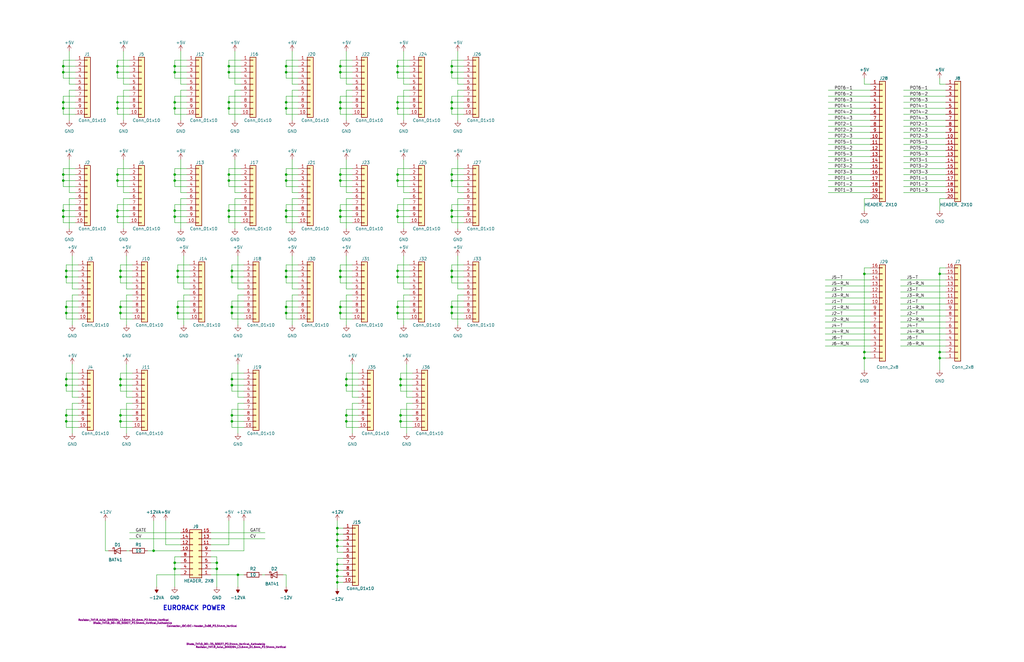
<source format=kicad_sch>
(kicad_sch (version 20211123) (generator eeschema)
  (paper "B")
  (title_block (title "6 POTS, 6 JACKS") (date "2022-10-28") (rev "1") (comment 1 "GENERIC EURORACK PANEL") (comment 2 "https://note.com/solder_state/n/nffc1a33053be"))
  (junction (at 26.67 30.48))
  (junction (at 97.79 114.3))
  (junction (at 142.24 222.885))
  (junction (at 120.65 45.72))
  (junction (at 49.53 30.48))
  (junction (at 143.51 91.44))
  (junction (at 73.66 91.44))
  (junction (at 73.66 73.66))
  (junction (at 73.66 43.18))
  (junction (at 190.5 129.54))
  (junction (at 120.65 88.9))
  (junction (at 143.51 76.2))
  (junction (at 120.65 116.84))
  (junction (at 96.52 76.2))
  (junction (at 26.67 27.94))
  (junction (at 49.53 91.44))
  (junction (at 167.64 73.66))
  (junction (at 396.24 115.57))
  (junction (at 190.5 88.9))
  (junction (at 50.8 160.02))
  (junction (at 27.94 114.3))
  (junction (at 96.52 73.66))
  (junction (at 396.24 148.59))
  (junction (at 27.94 175.26))
  (junction (at 167.64 30.48))
  (junction (at 168.91 160.02))
  (junction (at 64.77 232.41))
  (junction (at 96.52 27.94))
  (junction (at 120.65 30.48))
  (junction (at 120.65 129.54))
  (junction (at 142.24 243.205))
  (junction (at 190.5 116.84))
  (junction (at 168.91 175.26))
  (junction (at 190.5 91.44))
  (junction (at 96.52 30.48))
  (junction (at 168.91 177.8))
  (junction (at 142.24 238.125))
  (junction (at 142.24 240.665))
  (junction (at 168.91 162.56))
  (junction (at 364.49 151.13))
  (junction (at 26.67 73.66))
  (junction (at 49.53 43.18))
  (junction (at 146.05 162.56))
  (junction (at 96.52 45.72))
  (junction (at 364.49 115.57))
  (junction (at 120.65 114.3))
  (junction (at 27.94 129.54))
  (junction (at 50.8 162.56))
  (junction (at 120.65 27.94))
  (junction (at 74.93 129.54))
  (junction (at 167.64 88.9))
  (junction (at 97.79 132.08))
  (junction (at 50.8 116.84))
  (junction (at 26.67 91.44))
  (junction (at 143.51 43.18))
  (junction (at 91.44 240.03))
  (junction (at 143.51 73.66))
  (junction (at 190.5 30.48))
  (junction (at 96.52 43.18))
  (junction (at 190.5 76.2))
  (junction (at 120.65 43.18))
  (junction (at 73.66 88.9))
  (junction (at 146.05 175.26))
  (junction (at 73.66 45.72))
  (junction (at 26.67 45.72))
  (junction (at 27.94 116.84))
  (junction (at 49.53 73.66))
  (junction (at 50.8 114.3))
  (junction (at 146.05 177.8))
  (junction (at 73.66 240.03))
  (junction (at 74.93 132.08))
  (junction (at 96.52 91.44))
  (junction (at 120.65 73.66))
  (junction (at 73.66 237.49))
  (junction (at 146.05 160.02))
  (junction (at 50.8 177.8))
  (junction (at 50.8 175.26))
  (junction (at 50.8 129.54))
  (junction (at 167.64 114.3))
  (junction (at 97.79 116.84))
  (junction (at 73.66 27.94))
  (junction (at 167.64 132.08))
  (junction (at 143.51 45.72))
  (junction (at 396.24 151.13))
  (junction (at 74.93 116.84))
  (junction (at 26.67 43.18))
  (junction (at 143.51 30.48))
  (junction (at 143.51 27.94))
  (junction (at 167.64 116.84))
  (junction (at 49.53 76.2))
  (junction (at 143.51 88.9))
  (junction (at 73.66 30.48))
  (junction (at 26.67 76.2))
  (junction (at 167.64 43.18))
  (junction (at 143.51 116.84))
  (junction (at 364.49 148.59))
  (junction (at 91.44 237.49))
  (junction (at 142.24 227.965))
  (junction (at 50.8 132.08))
  (junction (at 97.79 177.8))
  (junction (at 190.5 73.66))
  (junction (at 97.79 162.56))
  (junction (at 27.94 132.08))
  (junction (at 167.64 129.54))
  (junction (at 49.53 27.94))
  (junction (at 74.93 114.3))
  (junction (at 49.53 45.72))
  (junction (at 97.79 175.26))
  (junction (at 27.94 177.8))
  (junction (at 143.51 129.54))
  (junction (at 97.79 129.54))
  (junction (at 97.79 160.02))
  (junction (at 27.94 162.56))
  (junction (at 73.66 76.2))
  (junction (at 49.53 88.9))
  (junction (at 190.5 27.94))
  (junction (at 190.5 132.08))
  (junction (at 120.65 91.44))
  (junction (at 143.51 114.3))
  (junction (at 167.64 91.44))
  (junction (at 27.94 160.02))
  (junction (at 167.64 27.94))
  (junction (at 143.51 132.08))
  (junction (at 190.5 45.72))
  (junction (at 142.24 225.425))
  (junction (at 96.52 88.9))
  (junction (at 167.64 76.2))
  (junction (at 100.33 242.57))
  (junction (at 26.67 88.9))
  (junction (at 120.65 76.2))
  (junction (at 167.64 45.72))
  (junction (at 142.24 230.505))
  (junction (at 120.65 132.08))
  (junction (at 190.5 43.18))
  (junction (at 142.24 245.745))
  (junction (at 190.5 114.3))
  (wire (pts (xy 54.61 93.98) (xy 49.53 93.98)))
  (wire (pts (xy 379.73 143.51) (xy 398.78 143.51)))
  (wire (pts (xy 381 58.42) (xy 398.78 58.42)))
  (wire (pts (xy 347.98 138.43) (xy 367.03 138.43)))
  (wire (pts (xy 120.65 129.54) (xy 120.65 132.08)))
  (wire (pts (xy 76.2 229.87) (xy 69.85 229.87)))
  (wire (pts (xy 33.02 167.64) (xy 30.48 167.64)))
  (wire (pts (xy 96.52 27.94) (xy 96.52 30.48)))
  (wire (pts (xy 379.73 130.81) (xy 398.78 130.81)))
  (wire (pts (xy 349.25 81.28) (xy 367.03 81.28)))
  (wire (pts (xy 96.52 76.2) (xy 96.52 78.74)))
  (wire (pts (xy 379.73 125.73) (xy 398.78 125.73)))
  (wire (pts (xy 49.53 45.72) (xy 54.61 45.72)))
  (wire (pts (xy 167.64 30.48) (xy 172.72 30.48)))
  (wire (pts (xy 96.52 73.66) (xy 96.52 76.2)))
  (wire (pts (xy 347.98 120.65) (xy 367.03 120.65)))
  (wire (pts (xy 167.64 30.48) (xy 167.64 33.02)))
  (wire (pts (xy 143.51 40.64) (xy 143.51 43.18)))
  (wire (pts (xy 101.6 86.36) (xy 96.52 86.36)))
  (wire (pts (xy 50.8 162.56) (xy 50.8 165.1)))
  (wire (pts (xy 143.51 91.44) (xy 148.59 91.44)))
  (wire (pts (xy 102.87 134.62) (xy 97.79 134.62)))
  (wire (pts (xy 54.61 27.94) (xy 49.53 27.94)))
  (wire (pts (xy 29.21 38.1) (xy 29.21 50.8)))
  (wire (pts (xy 50.8 162.56) (xy 55.88 162.56)))
  (wire (pts (xy 96.52 48.26) (xy 96.52 45.72)))
  (wire (pts (xy 143.51 76.2) (xy 143.51 78.74)))
  (wire (pts (xy 50.8 180.34) (xy 50.8 177.8)))
  (wire (pts (xy 190.5 76.2) (xy 195.58 76.2)))
  (wire (pts (xy 125.73 27.94) (xy 120.65 27.94)))
  (wire (pts (xy 148.59 86.36) (xy 143.51 86.36)))
  (wire (pts (xy 120.65 116.84) (xy 120.65 119.38)))
  (wire (pts (xy 195.58 124.46) (xy 193.04 124.46)))
  (wire (pts (xy 347.98 143.51) (xy 367.03 143.51)))
  (wire (pts (xy 172.72 71.12) (xy 167.64 71.12)))
  (wire (pts (xy 125.73 93.98) (xy 120.65 93.98)))
  (wire (pts (xy 190.5 129.54) (xy 195.58 129.54)))
  (wire (pts (xy 33.02 114.3) (xy 27.94 114.3)))
  (wire (pts (xy 100.33 124.46) (xy 100.33 137.16)))
  (wire (pts (xy 151.13 172.72) (xy 146.05 172.72)))
  (wire (pts (xy 367.03 35.56) (xy 364.49 35.56)))
  (wire (pts (xy 143.51 71.12) (xy 143.51 73.66)))
  (wire (pts (xy 97.79 162.56) (xy 97.79 165.1)))
  (wire (pts (xy 78.74 86.36) (xy 73.66 86.36)))
  (wire (pts (xy 54.61 227.33) (xy 76.2 227.33)))
  (wire (pts (xy 73.66 73.66) (xy 73.66 76.2)))
  (wire (pts (xy 190.5 45.72) (xy 195.58 45.72)))
  (wire (pts (xy 195.58 83.82) (xy 193.04 83.82)))
  (wire (pts (xy 190.5 129.54) (xy 190.5 132.08)))
  (wire (pts (xy 151.13 157.48) (xy 146.05 157.48)))
  (wire (pts (xy 97.79 116.84) (xy 102.87 116.84)))
  (wire (pts (xy 167.64 33.02) (xy 172.72 33.02)))
  (wire (pts (xy 97.79 132.08) (xy 102.87 132.08)))
  (wire (pts (xy 97.79 111.76) (xy 97.79 114.3)))
  (wire (pts (xy 52.07 38.1) (xy 52.07 50.8)))
  (wire (pts (xy 26.67 30.48) (xy 26.67 33.02)))
  (wire (pts (xy 102.87 219.71) (xy 102.87 232.41)))
  (wire (pts (xy 55.88 160.02) (xy 50.8 160.02)))
  (wire (pts (xy 33.02 160.02) (xy 27.94 160.02)))
  (wire (pts (xy 100.33 153.67) (xy 100.33 167.64)))
  (wire (pts (xy 168.91 162.56) (xy 173.99 162.56)))
  (wire (pts (xy 27.94 175.26) (xy 33.02 175.26)))
  (wire (pts (xy 26.67 78.74) (xy 31.75 78.74)))
  (wire (pts (xy 167.64 129.54) (xy 172.72 129.54)))
  (wire (pts (xy 27.94 134.62) (xy 27.94 132.08)))
  (wire (pts (xy 120.65 73.66) (xy 120.65 76.2)))
  (wire (pts (xy 88.9 237.49) (xy 91.44 237.49)))
  (wire (pts (xy 77.47 124.46) (xy 77.47 137.16)))
  (wire (pts (xy 27.94 157.48) (xy 27.94 160.02)))
  (wire (pts (xy 148.59 71.12) (xy 143.51 71.12)))
  (wire (pts (xy 54.61 38.1) (xy 52.07 38.1)))
  (wire (pts (xy 30.48 107.95) (xy 30.48 121.92)))
  (wire (pts (xy 190.5 73.66) (xy 190.5 76.2)))
  (wire (pts (xy 172.72 134.62) (xy 167.64 134.62)))
  (wire (pts (xy 146.05 67.31) (xy 146.05 81.28)))
  (wire (pts (xy 195.58 40.64) (xy 190.5 40.64)))
  (wire (pts (xy 120.65 27.94) (xy 120.65 30.48)))
  (wire (pts (xy 101.6 25.4) (xy 96.52 25.4)))
  (wire (pts (xy 146.05 160.02) (xy 146.05 162.56)))
  (wire (pts (xy 50.8 132.08) (xy 55.88 132.08)))
  (wire (pts (xy 143.51 134.62) (xy 143.51 132.08)))
  (wire (pts (xy 27.94 162.56) (xy 27.94 165.1)))
  (wire (pts (xy 80.01 111.76) (xy 74.93 111.76)))
  (wire (pts (xy 398.78 113.03) (xy 396.24 113.03)))
  (wire (pts (xy 167.64 71.12) (xy 167.64 73.66)))
  (wire (pts (xy 97.79 116.84) (xy 97.79 119.38)))
  (wire (pts (xy 172.72 38.1) (xy 170.18 38.1)))
  (wire (pts (xy 349.25 50.8) (xy 367.03 50.8)))
  (wire (pts (xy 190.5 78.74) (xy 195.58 78.74)))
  (wire (pts (xy 172.72 121.92) (xy 170.18 121.92)))
  (wire (pts (xy 27.94 132.08) (xy 33.02 132.08)))
  (wire (pts (xy 120.65 43.18) (xy 120.65 40.64)))
  (wire (pts (xy 143.51 111.76) (xy 143.51 114.3)))
  (wire (pts (xy 49.53 86.36) (xy 49.53 88.9)))
  (wire (pts (xy 143.51 45.72) (xy 143.51 48.26)))
  (wire (pts (xy 73.66 43.18) (xy 73.66 45.72)))
  (wire (pts (xy 190.5 30.48) (xy 190.5 33.02)))
  (wire (pts (xy 120.65 76.2) (xy 120.65 78.74)))
  (wire (pts (xy 96.52 43.18) (xy 96.52 40.64)))
  (wire (pts (xy 73.66 234.95) (xy 73.66 237.49)))
  (wire (pts (xy 170.18 67.31) (xy 170.18 81.28)))
  (wire (pts (xy 97.79 157.48) (xy 97.79 160.02)))
  (wire (pts (xy 26.67 93.98) (xy 26.67 91.44)))
  (wire (pts (xy 381 48.26) (xy 398.78 48.26)))
  (wire (pts (xy 50.8 175.26) (xy 55.88 175.26)))
  (wire (pts (xy 96.52 86.36) (xy 96.52 88.9)))
  (wire (pts (xy 102.87 170.18) (xy 100.33 170.18)))
  (wire (pts (xy 88.9 232.41) (xy 102.87 232.41)))
  (wire (pts (xy 367.03 113.03) (xy 364.49 113.03)))
  (wire (pts (xy 26.67 48.26) (xy 26.67 45.72)))
  (wire (pts (xy 54.61 81.28) (xy 52.07 81.28)))
  (wire (pts (xy 123.19 107.95) (xy 123.19 121.92)))
  (wire (pts (xy 27.94 160.02) (xy 27.94 162.56)))
  (wire (pts (xy 50.8 129.54) (xy 50.8 132.08)))
  (wire (pts (xy 146.05 165.1) (xy 151.13 165.1)))
  (wire (pts (xy 88.9 227.33) (xy 111.76 227.33)))
  (wire (pts (xy 27.94 172.72) (xy 27.94 175.26)))
  (wire (pts (xy 97.79 162.56) (xy 102.87 162.56)))
  (wire (pts (xy 76.2 242.57) (xy 66.04 242.57)))
  (wire (pts (xy 102.87 172.72) (xy 97.79 172.72)))
  (wire (pts (xy 44.45 219.71) (xy 44.45 232.41)))
  (wire (pts (xy 167.64 86.36) (xy 167.64 88.9)))
  (wire (pts (xy 50.8 119.38) (xy 55.88 119.38)))
  (wire (pts (xy 31.75 25.4) (xy 26.67 25.4)))
  (wire (pts (xy 168.91 180.34) (xy 168.91 177.8)))
  (wire (pts (xy 110.49 242.57) (xy 111.76 242.57)))
  (wire (pts (xy 73.66 86.36) (xy 73.66 88.9)))
  (wire (pts (xy 151.13 167.64) (xy 148.59 167.64)))
  (wire (pts (xy 347.98 146.05) (xy 367.03 146.05)))
  (wire (pts (xy 33.02 111.76) (xy 27.94 111.76)))
  (wire (pts (xy 55.88 134.62) (xy 50.8 134.62)))
  (wire (pts (xy 170.18 83.82) (xy 170.18 96.52)))
  (wire (pts (xy 120.65 91.44) (xy 125.73 91.44)))
  (wire (pts (xy 50.8 127) (xy 50.8 129.54)))
  (wire (pts (xy 120.65 30.48) (xy 120.65 33.02)))
  (wire (pts (xy 146.05 175.26) (xy 151.13 175.26)))
  (wire (pts (xy 144.78 235.585) (xy 142.24 235.585)))
  (wire (pts (xy 53.34 232.41) (xy 54.61 232.41)))
  (wire (pts (xy 73.66 30.48) (xy 78.74 30.48)))
  (wire (pts (xy 54.61 86.36) (xy 49.53 86.36)))
  (wire (pts (xy 64.77 232.41) (xy 76.2 232.41)))
  (wire (pts (xy 190.5 25.4) (xy 190.5 27.94)))
  (wire (pts (xy 74.93 129.54) (xy 80.01 129.54)))
  (wire (pts (xy 55.88 157.48) (xy 50.8 157.48)))
  (wire (pts (xy 396.24 148.59) (xy 398.78 148.59)))
  (wire (pts (xy 143.51 129.54) (xy 148.59 129.54)))
  (wire (pts (xy 120.65 78.74) (xy 125.73 78.74)))
  (wire (pts (xy 143.51 45.72) (xy 148.59 45.72)))
  (wire (pts (xy 172.72 48.26) (xy 167.64 48.26)))
  (wire (pts (xy 123.19 124.46) (xy 123.19 137.16)))
  (wire (pts (xy 101.6 73.66) (xy 96.52 73.66)))
  (wire (pts (xy 49.53 91.44) (xy 54.61 91.44)))
  (wire (pts (xy 379.73 146.05) (xy 398.78 146.05)))
  (wire (pts (xy 125.73 25.4) (xy 120.65 25.4)))
  (wire (pts (xy 120.65 88.9) (xy 125.73 88.9)))
  (wire (pts (xy 195.58 27.94) (xy 190.5 27.94)))
  (wire (pts (xy 102.87 160.02) (xy 97.79 160.02)))
  (wire (pts (xy 96.52 25.4) (xy 96.52 27.94)))
  (wire (pts (xy 26.67 33.02) (xy 31.75 33.02)))
  (wire (pts (xy 195.58 81.28) (xy 193.04 81.28)))
  (wire (pts (xy 125.73 48.26) (xy 120.65 48.26)))
  (wire (pts (xy 99.06 21.59) (xy 99.06 35.56)))
  (wire (pts (xy 74.93 127) (xy 74.93 129.54)))
  (wire (pts (xy 55.88 111.76) (xy 50.8 111.76)))
  (wire (pts (xy 148.59 83.82) (xy 146.05 83.82)))
  (wire (pts (xy 100.33 242.57) (xy 102.87 242.57)))
  (wire (pts (xy 73.66 240.03) (xy 73.66 247.65)))
  (wire (pts (xy 73.66 30.48) (xy 73.66 33.02)))
  (wire (pts (xy 102.87 111.76) (xy 97.79 111.76)))
  (wire (pts (xy 148.59 38.1) (xy 146.05 38.1)))
  (wire (pts (xy 31.75 73.66) (xy 26.67 73.66)))
  (wire (pts (xy 364.49 151.13) (xy 367.03 151.13)))
  (wire (pts (xy 30.48 170.18) (xy 30.48 182.88)))
  (wire (pts (xy 193.04 38.1) (xy 193.04 50.8)))
  (wire (pts (xy 142.24 222.885) (xy 142.24 225.425)))
  (wire (pts (xy 167.64 43.18) (xy 167.64 40.64)))
  (wire (pts (xy 123.19 67.31) (xy 123.19 81.28)))
  (wire (pts (xy 96.52 88.9) (xy 101.6 88.9)))
  (wire (pts (xy 53.34 107.95) (xy 53.34 121.92)))
  (wire (pts (xy 148.59 121.92) (xy 146.05 121.92)))
  (wire (pts (xy 142.24 245.745) (xy 142.24 243.205)))
  (wire (pts (xy 50.8 116.84) (xy 55.88 116.84)))
  (wire (pts (xy 101.6 40.64) (xy 96.52 40.64)))
  (wire (pts (xy 364.49 113.03) (xy 364.49 115.57)))
  (wire (pts (xy 120.65 43.18) (xy 125.73 43.18)))
  (wire (pts (xy 101.6 81.28) (xy 99.06 81.28)))
  (wire (pts (xy 101.6 93.98) (xy 96.52 93.98)))
  (wire (pts (xy 347.98 118.11) (xy 367.03 118.11)))
  (wire (pts (xy 33.02 172.72) (xy 27.94 172.72)))
  (wire (pts (xy 190.5 134.62) (xy 190.5 132.08)))
  (wire (pts (xy 102.87 157.48) (xy 97.79 157.48)))
  (wire (pts (xy 26.67 73.66) (xy 26.67 76.2)))
  (wire (pts (xy 120.65 48.26) (xy 120.65 45.72)))
  (wire (pts (xy 379.73 118.11) (xy 398.78 118.11)))
  (wire (pts (xy 171.45 153.67) (xy 171.45 167.64)))
  (wire (pts (xy 31.75 27.94) (xy 26.67 27.94)))
  (wire (pts (xy 379.73 123.19) (xy 398.78 123.19)))
  (wire (pts (xy 349.25 66.04) (xy 367.03 66.04)))
  (wire (pts (xy 381 45.72) (xy 398.78 45.72)))
  (wire (pts (xy 143.51 43.18) (xy 148.59 43.18)))
  (wire (pts (xy 148.59 134.62) (xy 143.51 134.62)))
  (wire (pts (xy 123.19 38.1) (xy 123.19 50.8)))
  (wire (pts (xy 101.6 38.1) (xy 99.06 38.1)))
  (wire (pts (xy 125.73 114.3) (xy 120.65 114.3)))
  (wire (pts (xy 381 73.66) (xy 398.78 73.66)))
  (wire (pts (xy 142.24 240.665) (xy 144.78 240.665)))
  (wire (pts (xy 125.73 124.46) (xy 123.19 124.46)))
  (wire (pts (xy 76.2 83.82) (xy 76.2 96.52)))
  (wire (pts (xy 27.94 177.8) (xy 33.02 177.8)))
  (wire (pts (xy 26.67 71.12) (xy 26.67 73.66)))
  (wire (pts (xy 101.6 48.26) (xy 96.52 48.26)))
  (wire (pts (xy 143.51 76.2) (xy 148.59 76.2)))
  (wire (pts (xy 99.06 38.1) (xy 99.06 50.8)))
  (wire (pts (xy 142.24 238.125) (xy 142.24 240.665)))
  (wire (pts (xy 190.5 48.26) (xy 190.5 45.72)))
  (wire (pts (xy 190.5 76.2) (xy 190.5 78.74)))
  (wire (pts (xy 50.8 116.84) (xy 50.8 119.38)))
  (wire (pts (xy 167.64 27.94) (xy 167.64 30.48)))
  (wire (pts (xy 125.73 83.82) (xy 123.19 83.82)))
  (wire (pts (xy 26.67 91.44) (xy 31.75 91.44)))
  (wire (pts (xy 78.74 48.26) (xy 73.66 48.26)))
  (wire (pts (xy 167.64 114.3) (xy 167.64 116.84)))
  (wire (pts (xy 78.74 25.4) (xy 73.66 25.4)))
  (wire (pts (xy 144.78 238.125) (xy 142.24 238.125)))
  (wire (pts (xy 347.98 130.81) (xy 367.03 130.81)))
  (wire (pts (xy 396.24 151.13) (xy 398.78 151.13)))
  (wire (pts (xy 167.64 116.84) (xy 172.72 116.84)))
  (wire (pts (xy 26.67 45.72) (xy 31.75 45.72)))
  (wire (pts (xy 120.65 242.57) (xy 120.65 247.65)))
  (wire (pts (xy 31.75 81.28) (xy 29.21 81.28)))
  (wire (pts (xy 142.24 230.505) (xy 144.78 230.505)))
  (wire (pts (xy 96.52 91.44) (xy 101.6 91.44)))
  (wire (pts (xy 190.5 30.48) (xy 195.58 30.48)))
  (wire (pts (xy 96.52 30.48) (xy 96.52 33.02)))
  (wire (pts (xy 66.04 242.57) (xy 66.04 247.65)))
  (wire (pts (xy 33.02 121.92) (xy 30.48 121.92)))
  (wire (pts (xy 143.51 33.02) (xy 148.59 33.02)))
  (wire (pts (xy 144.78 222.885) (xy 142.24 222.885)))
  (wire (pts (xy 27.94 180.34) (xy 27.94 177.8)))
  (wire (pts (xy 31.75 40.64) (xy 26.67 40.64)))
  (wire (pts (xy 193.04 124.46) (xy 193.04 137.16)))
  (wire (pts (xy 54.61 71.12) (xy 49.53 71.12)))
  (wire (pts (xy 151.13 170.18) (xy 148.59 170.18)))
  (wire (pts (xy 50.8 114.3) (xy 50.8 116.84)))
  (wire (pts (xy 381 55.88) (xy 398.78 55.88)))
  (wire (pts (xy 50.8 177.8) (xy 55.88 177.8)))
  (wire (pts (xy 26.67 43.18) (xy 31.75 43.18)))
  (wire (pts (xy 195.58 48.26) (xy 190.5 48.26)))
  (wire (pts (xy 396.24 115.57) (xy 396.24 148.59)))
  (wire (pts (xy 125.73 121.92) (xy 123.19 121.92)))
  (wire (pts (xy 33.02 157.48) (xy 27.94 157.48)))
  (wire (pts (xy 74.93 129.54) (xy 74.93 132.08)))
  (wire (pts (xy 97.79 172.72) (xy 97.79 175.26)))
  (wire (pts (xy 50.8 175.26) (xy 50.8 177.8)))
  (wire (pts (xy 27.94 116.84) (xy 27.94 119.38)))
  (wire (pts (xy 396.24 113.03) (xy 396.24 115.57)))
  (wire (pts (xy 78.74 38.1) (xy 76.2 38.1)))
  (wire (pts (xy 31.75 86.36) (xy 26.67 86.36)))
  (wire (pts (xy 78.74 40.64) (xy 73.66 40.64)))
  (wire (pts (xy 195.58 25.4) (xy 190.5 25.4)))
  (wire (pts (xy 76.2 21.59) (xy 76.2 35.56)))
  (wire (pts (xy 148.59 25.4) (xy 143.51 25.4)))
  (wire (pts (xy 100.33 107.95) (xy 100.33 121.92)))
  (wire (pts (xy 33.02 134.62) (xy 27.94 134.62)))
  (wire (pts (xy 49.53 88.9) (xy 54.61 88.9)))
  (wire (pts (xy 80.01 127) (xy 74.93 127)))
  (wire (pts (xy 49.53 43.18) (xy 54.61 43.18)))
  (wire (pts (xy 49.53 27.94) (xy 49.53 25.4)))
  (wire (pts (xy 120.65 71.12) (xy 120.65 73.66)))
  (wire (pts (xy 195.58 121.92) (xy 193.04 121.92)))
  (wire (pts (xy 120.65 129.54) (xy 125.73 129.54)))
  (wire (pts (xy 172.72 73.66) (xy 167.64 73.66)))
  (wire (pts (xy 78.74 27.94) (xy 73.66 27.94)))
  (wire (pts (xy 349.25 76.2) (xy 367.03 76.2)))
  (wire (pts (xy 146.05 124.46) (xy 146.05 137.16)))
  (wire (pts (xy 80.01 124.46) (xy 77.47 124.46)))
  (wire (pts (xy 54.61 40.64) (xy 49.53 40.64)))
  (wire (pts (xy 381 66.04) (xy 398.78 66.04)))
  (wire (pts (xy 27.94 165.1) (xy 33.02 165.1)))
  (wire (pts (xy 193.04 21.59) (xy 193.04 35.56)))
  (wire (pts (xy 167.64 25.4) (xy 167.64 27.94)))
  (wire (pts (xy 120.65 93.98) (xy 120.65 91.44)))
  (wire (pts (xy 349.25 68.58) (xy 367.03 68.58)))
  (wire (pts (xy 173.99 157.48) (xy 168.91 157.48)))
  (wire (pts (xy 125.73 40.64) (xy 120.65 40.64)))
  (wire (pts (xy 143.51 43.18) (xy 143.51 45.72)))
  (wire (pts (xy 172.72 124.46) (xy 170.18 124.46)))
  (wire (pts (xy 55.88 170.18) (xy 53.34 170.18)))
  (wire (pts (xy 190.5 40.64) (xy 190.5 43.18)))
  (wire (pts (xy 125.73 73.66) (xy 120.65 73.66)))
  (wire (pts (xy 349.25 73.66) (xy 367.03 73.66)))
  (wire (pts (xy 33.02 180.34) (xy 27.94 180.34)))
  (wire (pts (xy 347.98 140.97) (xy 367.03 140.97)))
  (wire (pts (xy 148.59 170.18) (xy 148.59 182.88)))
  (wire (pts (xy 100.33 170.18) (xy 100.33 182.88)))
  (wire (pts (xy 27.94 162.56) (xy 33.02 162.56)))
  (wire (pts (xy 120.65 114.3) (xy 120.65 116.84)))
  (wire (pts (xy 102.87 127) (xy 97.79 127)))
  (wire (pts (xy 195.58 111.76) (xy 190.5 111.76)))
  (wire (pts (xy 123.19 83.82) (xy 123.19 96.52)))
  (wire (pts (xy 50.8 129.54) (xy 55.88 129.54)))
  (wire (pts (xy 142.24 230.505) (xy 142.24 233.045)))
  (wire (pts (xy 73.66 71.12) (xy 73.66 73.66)))
  (wire (pts (xy 26.67 25.4) (xy 26.67 27.94)))
  (wire (pts (xy 49.53 30.48) (xy 49.53 33.02)))
  (wire (pts (xy 74.93 114.3) (xy 74.93 116.84)))
  (wire (pts (xy 143.51 116.84) (xy 148.59 116.84)))
  (wire (pts (xy 167.64 132.08) (xy 172.72 132.08)))
  (wire (pts (xy 125.73 111.76) (xy 120.65 111.76)))
  (wire (pts (xy 26.67 86.36) (xy 26.67 88.9)))
  (wire (pts (xy 381 50.8) (xy 398.78 50.8)))
  (wire (pts (xy 143.51 73.66) (xy 143.51 76.2)))
  (wire (pts (xy 97.79 177.8) (xy 102.87 177.8)))
  (wire (pts (xy 396.24 151.13) (xy 396.24 156.21)))
  (wire (pts (xy 27.94 127) (xy 27.94 129.54)))
  (wire (pts (xy 349.25 38.1) (xy 367.03 38.1)))
  (wire (pts (xy 73.66 76.2) (xy 78.74 76.2)))
  (wire (pts (xy 148.59 111.76) (xy 143.51 111.76)))
  (wire (pts (xy 73.66 93.98) (xy 73.66 91.44)))
  (wire (pts (xy 349.25 53.34) (xy 367.03 53.34)))
  (wire (pts (xy 74.93 111.76) (xy 74.93 114.3)))
  (wire (pts (xy 146.05 162.56) (xy 151.13 162.56)))
  (wire (pts (xy 148.59 114.3) (xy 143.51 114.3)))
  (wire (pts (xy 96.52 71.12) (xy 96.52 73.66)))
  (wire (pts (xy 73.66 240.03) (xy 76.2 240.03)))
  (wire (pts (xy 120.65 25.4) (xy 120.65 27.94)))
  (wire (pts (xy 168.91 177.8) (xy 173.99 177.8)))
  (wire (pts (xy 78.74 93.98) (xy 73.66 93.98)))
  (wire (pts (xy 167.64 119.38) (xy 172.72 119.38)))
  (wire (pts (xy 190.5 114.3) (xy 190.5 116.84)))
  (wire (pts (xy 349.25 78.74) (xy 367.03 78.74)))
  (wire (pts (xy 49.53 43.18) (xy 49.53 45.72)))
  (wire (pts (xy 151.13 160.02) (xy 146.05 160.02)))
  (wire (pts (xy 396.24 148.59) (xy 396.24 151.13)))
  (wire (pts (xy 142.24 240.665) (xy 142.24 243.205)))
  (wire (pts (xy 77.47 107.95) (xy 77.47 121.92)))
  (wire (pts (xy 27.94 129.54) (xy 33.02 129.54)))
  (wire (pts (xy 148.59 127) (xy 143.51 127)))
  (wire (pts (xy 120.65 116.84) (xy 125.73 116.84)))
  (wire (pts (xy 30.48 124.46) (xy 30.48 137.16)))
  (wire (pts (xy 100.33 242.57) (xy 100.33 247.65)))
  (wire (pts (xy 97.79 160.02) (xy 97.79 162.56)))
  (wire (pts (xy 347.98 135.89) (xy 367.03 135.89)))
  (wire (pts (xy 88.9 234.95) (xy 91.44 234.95)))
  (wire (pts (xy 78.74 35.56) (xy 76.2 35.56)))
  (wire (pts (xy 50.8 165.1) (xy 55.88 165.1)))
  (wire (pts (xy 96.52 219.71) (xy 96.52 229.87)))
  (wire (pts (xy 143.51 30.48) (xy 143.51 33.02)))
  (wire (pts (xy 29.21 67.31) (xy 29.21 81.28)))
  (wire (pts (xy 381 63.5) (xy 398.78 63.5)))
  (wire (pts (xy 26.67 40.64) (xy 26.67 43.18)))
  (wire (pts (xy 73.66 48.26) (xy 73.66 45.72)))
  (wire (pts (xy 148.59 93.98) (xy 143.51 93.98)))
  (wire (pts (xy 190.5 116.84) (xy 195.58 116.84)))
  (wire (pts (xy 195.58 93.98) (xy 190.5 93.98)))
  (wire (pts (xy 74.93 116.84) (xy 80.01 116.84)))
  (wire (pts (xy 74.93 134.62) (xy 74.93 132.08)))
  (wire (pts (xy 190.5 33.02) (xy 195.58 33.02)))
  (wire (pts (xy 143.51 114.3) (xy 143.51 116.84)))
  (wire (pts (xy 96.52 45.72) (xy 101.6 45.72)))
  (wire (pts (xy 142.24 227.965) (xy 142.24 230.505)))
  (wire (pts (xy 148.59 35.56) (xy 146.05 35.56)))
  (wire (pts (xy 80.01 121.92) (xy 77.47 121.92)))
  (wire (pts (xy 195.58 86.36) (xy 190.5 86.36)))
  (wire (pts (xy 146.05 157.48) (xy 146.05 160.02)))
  (wire (pts (xy 33.02 127) (xy 27.94 127)))
  (wire (pts (xy 80.01 114.3) (xy 74.93 114.3)))
  (wire (pts (xy 50.8 157.48) (xy 50.8 160.02)))
  (wire (pts (xy 172.72 93.98) (xy 167.64 93.98)))
  (wire (pts (xy 96.52 30.48) (xy 101.6 30.48)))
  (wire (pts (xy 144.78 245.745) (xy 142.24 245.745)))
  (wire (pts (xy 381 76.2) (xy 398.78 76.2)))
  (wire (pts (xy 26.67 43.18) (xy 26.67 45.72)))
  (wire (pts (xy 55.88 167.64) (xy 53.34 167.64)))
  (wire (pts (xy 120.65 33.02) (xy 125.73 33.02)))
  (wire (pts (xy 349.25 60.96) (xy 367.03 60.96)))
  (wire (pts (xy 74.93 116.84) (xy 74.93 119.38)))
  (wire (pts (xy 78.74 83.82) (xy 76.2 83.82)))
  (wire (pts (xy 49.53 71.12) (xy 49.53 73.66)))
  (wire (pts (xy 172.72 86.36) (xy 167.64 86.36)))
  (wire (pts (xy 29.21 83.82) (xy 29.21 96.52)))
  (wire (pts (xy 190.5 43.18) (xy 190.5 45.72)))
  (wire (pts (xy 195.58 134.62) (xy 190.5 134.62)))
  (wire (pts (xy 73.66 237.49) (xy 76.2 237.49)))
  (wire (pts (xy 102.87 180.34) (xy 97.79 180.34)))
  (wire (pts (xy 119.38 242.57) (xy 120.65 242.57)))
  (wire (pts (xy 190.5 132.08) (xy 195.58 132.08)))
  (wire (pts (xy 101.6 27.94) (xy 96.52 27.94)))
  (wire (pts (xy 195.58 71.12) (xy 190.5 71.12)))
  (wire (pts (xy 143.51 132.08) (xy 148.59 132.08)))
  (wire (pts (xy 379.73 135.89) (xy 398.78 135.89)))
  (wire (pts (xy 31.75 93.98) (xy 26.67 93.98)))
  (wire (pts (xy 349.25 58.42) (xy 367.03 58.42)))
  (wire (pts (xy 146.05 180.34) (xy 146.05 177.8)))
  (wire (pts (xy 27.94 111.76) (xy 27.94 114.3)))
  (wire (pts (xy 88.9 242.57) (xy 100.33 242.57)))
  (wire (pts (xy 80.01 134.62) (xy 74.93 134.62)))
  (wire (pts (xy 396.24 83.82) (xy 396.24 88.9)))
  (wire (pts (xy 53.34 170.18) (xy 53.34 182.88)))
  (wire (pts (xy 167.64 91.44) (xy 172.72 91.44)))
  (wire (pts (xy 73.66 78.74) (xy 78.74 78.74)))
  (wire (pts (xy 143.51 116.84) (xy 143.51 119.38)))
  (wire (pts (xy 349.25 43.18) (xy 367.03 43.18)))
  (wire (pts (xy 97.79 180.34) (xy 97.79 177.8)))
  (wire (pts (xy 364.49 148.59) (xy 364.49 151.13)))
  (wire (pts (xy 347.98 133.35) (xy 367.03 133.35)))
  (wire (pts (xy 26.67 88.9) (xy 26.67 91.44)))
  (wire (pts (xy 88.9 224.79) (xy 111.76 224.79)))
  (wire (pts (xy 381 38.1) (xy 398.78 38.1)))
  (wire (pts (xy 168.91 162.56) (xy 168.91 165.1)))
  (wire (pts (xy 120.65 30.48) (xy 125.73 30.48)))
  (wire (pts (xy 379.73 138.43) (xy 398.78 138.43)))
  (wire (pts (xy 143.51 127) (xy 143.51 129.54)))
  (wire (pts (xy 364.49 148.59) (xy 367.03 148.59)))
  (wire (pts (xy 381 60.96) (xy 398.78 60.96)))
  (wire (pts (xy 33.02 124.46) (xy 30.48 124.46)))
  (wire (pts (xy 190.5 88.9) (xy 190.5 91.44)))
  (wire (pts (xy 190.5 86.36) (xy 190.5 88.9)))
  (wire (pts (xy 27.94 129.54) (xy 27.94 132.08)))
  (wire (pts (xy 76.2 38.1) (xy 76.2 50.8)))
  (wire (pts (xy 168.91 160.02) (xy 168.91 162.56)))
  (wire (pts (xy 49.53 30.48) (xy 54.61 30.48)))
  (wire (pts (xy 49.53 48.26) (xy 54.61 48.26)))
  (wire (pts (xy 49.53 76.2) (xy 54.61 76.2)))
  (wire (pts (xy 146.05 21.59) (xy 146.05 35.56)))
  (wire (pts (xy 54.61 83.82) (xy 52.07 83.82)))
  (wire (pts (xy 50.8 111.76) (xy 50.8 114.3)))
  (wire (pts (xy 167.64 76.2) (xy 172.72 76.2)))
  (wire (pts (xy 73.66 27.94) (xy 73.66 30.48)))
  (wire (pts (xy 379.73 140.97) (xy 398.78 140.97)))
  (wire (pts (xy 172.72 25.4) (xy 167.64 25.4)))
  (wire (pts (xy 349.25 40.64) (xy 367.03 40.64)))
  (wire (pts (xy 96.52 43.18) (xy 101.6 43.18)))
  (wire (pts (xy 78.74 71.12) (xy 73.66 71.12)))
  (wire (pts (xy 50.8 172.72) (xy 50.8 175.26)))
  (wire (pts (xy 96.52 93.98) (xy 96.52 91.44)))
  (wire (pts (xy 143.51 88.9) (xy 148.59 88.9)))
  (wire (pts (xy 97.79 175.26) (xy 102.87 175.26)))
  (wire (pts (xy 27.94 114.3) (xy 27.94 116.84)))
  (wire (pts (xy 190.5 88.9) (xy 195.58 88.9)))
  (wire (pts (xy 31.75 83.82) (xy 29.21 83.82)))
  (wire (pts (xy 120.65 45.72) (xy 120.65 43.18)))
  (wire (pts (xy 55.88 180.34) (xy 50.8 180.34)))
  (wire (pts (xy 144.78 233.045) (xy 142.24 233.045)))
  (wire (pts (xy 102.87 121.92) (xy 100.33 121.92)))
  (wire (pts (xy 190.5 91.44) (xy 195.58 91.44)))
  (wire (pts (xy 30.48 153.67) (xy 30.48 167.64)))
  (wire (pts (xy 49.53 76.2) (xy 49.53 78.74)))
  (wire (pts (xy 379.73 128.27) (xy 398.78 128.27)))
  (wire (pts (xy 168.91 172.72) (xy 168.91 175.26)))
  (wire (pts (xy 347.98 123.19) (xy 367.03 123.19)))
  (wire (pts (xy 54.61 224.79) (xy 76.2 224.79)))
  (wire (pts (xy 91.44 240.03) (xy 91.44 247.65)))
  (wire (pts (xy 193.04 107.95) (xy 193.04 121.92)))
  (wire (pts (xy 55.88 114.3) (xy 50.8 114.3)))
  (wire (pts (xy 190.5 127) (xy 190.5 129.54)))
  (wire (pts (xy 347.98 125.73) (xy 367.03 125.73)))
  (wire (pts (xy 99.06 83.82) (xy 99.06 96.52)))
  (wire (pts (xy 173.99 180.34) (xy 168.91 180.34)))
  (wire (pts (xy 167.64 45.72) (xy 172.72 45.72)))
  (wire (pts (xy 27.94 175.26) (xy 27.94 177.8)))
  (wire (pts (xy 364.49 33.02) (xy 364.49 35.56)))
  (wire (pts (xy 167.64 111.76) (xy 167.64 114.3)))
  (wire (pts (xy 142.24 227.965) (xy 144.78 227.965)))
  (wire (pts (xy 91.44 234.95) (xy 91.44 237.49)))
  (wire (pts (xy 381 78.74) (xy 398.78 78.74)))
  (wire (pts (xy 49.53 40.64) (xy 49.53 43.18)))
  (wire (pts (xy 62.23 232.41) (xy 64.77 232.41)))
  (wire (pts (xy 27.94 116.84) (xy 33.02 116.84)))
  (wire (pts (xy 193.04 67.31) (xy 193.04 81.28)))
  (wire (pts (xy 120.65 111.76) (xy 120.65 114.3)))
  (wire (pts (xy 381 40.64) (xy 398.78 40.64)))
  (wire (pts (xy 171.45 170.18) (xy 171.45 182.88)))
  (wire (pts (xy 148.59 81.28) (xy 146.05 81.28)))
  (wire (pts (xy 125.73 38.1) (xy 123.19 38.1)))
  (wire (pts (xy 364.49 83.82) (xy 367.03 83.82)))
  (wire (pts (xy 190.5 111.76) (xy 190.5 114.3)))
  (wire (pts (xy 168.91 157.48) (xy 168.91 160.02)))
  (wire (pts (xy 381 81.28) (xy 398.78 81.28)))
  (wire (pts (xy 97.79 129.54) (xy 102.87 129.54)))
  (wire (pts (xy 142.24 225.425) (xy 142.24 227.965)))
  (wire (pts (xy 29.21 21.59) (xy 29.21 35.56)))
  (wire (pts (xy 195.58 114.3) (xy 190.5 114.3)))
  (wire (pts (xy 73.66 33.02) (xy 78.74 33.02)))
  (wire (pts (xy 190.5 71.12) (xy 190.5 73.66)))
  (wire (pts (xy 69.85 229.87) (xy 69.85 219.71)))
  (wire (pts (xy 148.59 153.67) (xy 148.59 167.64)))
  (wire (pts (xy 96.52 88.9) (xy 96.52 91.44)))
  (wire (pts (xy 349.25 63.5) (xy 367.03 63.5)))
  (wire (pts (xy 74.93 132.08) (xy 80.01 132.08)))
  (wire (pts (xy 381 53.34) (xy 398.78 53.34)))
  (wire (pts (xy 101.6 83.82) (xy 99.06 83.82)))
  (wire (pts (xy 190.5 93.98) (xy 190.5 91.44)))
  (wire (pts (xy 120.65 127) (xy 120.65 129.54)))
  (wire (pts (xy 49.53 93.98) (xy 49.53 91.44)))
  (wire (pts (xy 167.64 76.2) (xy 167.64 78.74)))
  (wire (pts (xy 167.64 88.9) (xy 172.72 88.9)))
  (wire (pts (xy 146.05 172.72) (xy 146.05 175.26)))
  (wire (pts (xy 101.6 35.56) (xy 99.06 35.56)))
  (wire (pts (xy 26.67 76.2) (xy 26.67 78.74)))
  (wire (pts (xy 97.79 165.1) (xy 102.87 165.1)))
  (wire (pts (xy 148.59 73.66) (xy 143.51 73.66)))
  (wire (pts (xy 398.78 35.56) (xy 396.24 35.56)))
  (wire (pts (xy 172.72 81.28) (xy 170.18 81.28)))
  (wire (pts (xy 96.52 45.72) (xy 96.52 43.18)))
  (wire (pts (xy 151.13 180.34) (xy 146.05 180.34)))
  (wire (pts (xy 52.07 67.31) (xy 52.07 81.28)))
  (wire (pts (xy 125.73 35.56) (xy 123.19 35.56)))
  (wire (pts (xy 167.64 93.98) (xy 167.64 91.44)))
  (wire (pts (xy 96.52 76.2) (xy 101.6 76.2)))
  (wire (pts (xy 96.52 33.02) (xy 101.6 33.02)))
  (wire (pts (xy 170.18 38.1) (xy 170.18 50.8)))
  (wire (pts (xy 50.8 160.02) (xy 50.8 162.56)))
  (wire (pts (xy 49.53 27.94) (xy 49.53 30.48)))
  (wire (pts (xy 167.64 73.66) (xy 167.64 76.2)))
  (wire (pts (xy 143.51 30.48) (xy 148.59 30.48)))
  (wire (pts (xy 172.72 40.64) (xy 167.64 40.64)))
  (wire (pts (xy 146.05 162.56) (xy 146.05 165.1)))
  (wire (pts (xy 364.49 115.57) (xy 364.49 148.59)))
  (wire (pts (xy 125.73 134.62) (xy 120.65 134.62)))
  (wire (pts (xy 195.58 73.66) (xy 190.5 73.66)))
  (wire (pts (xy 173.99 172.72) (xy 168.91 172.72)))
  (wire (pts (xy 99.06 67.31) (xy 99.06 81.28)))
  (wire (pts (xy 27.94 119.38) (xy 33.02 119.38)))
  (wire (pts (xy 349.25 45.72) (xy 367.03 45.72)))
  (wire (pts (xy 142.24 235.585) (xy 142.24 238.125)))
  (wire (pts (xy 50.8 134.62) (xy 50.8 132.08)))
  (wire (pts (xy 148.59 48.26) (xy 143.51 48.26)))
  (wire (pts (xy 167.64 129.54) (xy 167.64 132.08)))
  (wire (pts (xy 167.64 43.18) (xy 172.72 43.18)))
  (wire (pts (xy 146.05 38.1) (xy 146.05 50.8)))
  (wire (pts (xy 64.77 219.71) (xy 64.77 232.41)))
  (wire (pts (xy 73.66 45.72) (xy 78.74 45.72)))
  (wire (pts (xy 143.51 25.4) (xy 143.51 27.94)))
  (wire (pts (xy 52.07 83.82) (xy 52.07 96.52)))
  (wire (pts (xy 73.66 237.49) (xy 73.66 240.03)))
  (wire (pts (xy 97.79 175.26) (xy 97.79 177.8)))
  (wire (pts (xy 193.04 83.82) (xy 193.04 96.52)))
  (wire (pts (xy 125.73 127) (xy 120.65 127)))
  (wire (pts (xy 349.25 48.26) (xy 367.03 48.26)))
  (wire (pts (xy 170.18 21.59) (xy 170.18 35.56)))
  (wire (pts (xy 97.79 134.62) (xy 97.79 132.08)))
  (wire (pts (xy 148.59 40.64) (xy 143.51 40.64)))
  (wire (pts (xy 381 43.18) (xy 398.78 43.18)))
  (wire (pts (xy 172.72 111.76) (xy 167.64 111.76)))
  (wire (pts (xy 173.99 160.02) (xy 168.91 160.02)))
  (wire (pts (xy 88.9 240.03) (xy 91.44 240.03)))
  (wire (pts (xy 78.74 73.66) (xy 73.66 73.66)))
  (wire (pts (xy 396.24 33.02) (xy 396.24 35.56)))
  (wire (pts (xy 381 71.12) (xy 398.78 71.12)))
  (wire (pts (xy 55.88 124.46) (xy 53.34 124.46)))
  (wire (pts (xy 97.79 119.38) (xy 102.87 119.38)))
  (wire (pts (xy 53.34 124.46) (xy 53.34 137.16)))
  (wire (pts (xy 120.65 86.36) (xy 120.65 88.9)))
  (wire (pts (xy 49.53 25.4) (xy 54.61 25.4)))
  (wire (pts (xy 142.24 219.71) (xy 142.24 222.885)))
  (wire (pts (xy 97.79 114.3) (xy 97.79 116.84)))
  (wire (pts (xy 73.66 40.64) (xy 73.66 43.18)))
  (wire (pts (xy 120.65 119.38) (xy 125.73 119.38)))
  (wire (pts (xy 123.19 21.59) (xy 123.19 35.56)))
  (wire (pts (xy 26.67 76.2) (xy 31.75 76.2)))
  (wire (pts (xy 167.64 45.72) (xy 167.64 43.18)))
  (wire (pts (xy 349.25 55.88) (xy 367.03 55.88)))
  (wire (pts (xy 168.91 175.26) (xy 168.91 177.8)))
  (wire (pts (xy 364.49 115.57) (xy 367.03 115.57)))
  (wire (pts (xy 170.18 124.46) (xy 170.18 137.16)))
  (wire (pts (xy 396.24 83.82) (xy 398.78 83.82)))
  (wire (pts (xy 53.34 153.67) (xy 53.34 167.64)))
  (wire (pts (xy 190.5 119.38) (xy 195.58 119.38)))
  (wire (pts (xy 102.87 114.3) (xy 97.79 114.3)))
  (wire (pts (xy 190.5 116.84) (xy 190.5 119.38)))
  (wire (pts (xy 190.5 43.18) (xy 195.58 43.18)))
  (wire (pts (xy 120.65 76.2) (xy 125.73 76.2)))
  (wire (pts (xy 167.64 88.9) (xy 167.64 91.44)))
  (wire (pts (xy 396.24 115.57) (xy 398.78 115.57)))
  (wire (pts (xy 74.93 119.38) (xy 80.01 119.38)))
  (wire (pts (xy 172.72 114.3) (xy 167.64 114.3)))
  (wire (pts (xy 31.75 48.26) (xy 26.67 48.26)))
  (wire (pts (xy 172.72 127) (xy 167.64 127)))
  (wire (pts (xy 144.78 225.425) (xy 142.24 225.425)))
  (wire (pts (xy 125.73 86.36) (xy 120.65 86.36)))
  (wire (pts (xy 44.45 232.41) (xy 45.72 232.41)))
  (wire (pts (xy 96.52 78.74) (xy 101.6 78.74)))
  (wire (pts (xy 168.91 165.1) (xy 173.99 165.1)))
  (wire (pts (xy 172.72 27.94) (xy 167.64 27.94)))
  (wire (pts (xy 379.73 133.35) (xy 398.78 133.35)))
  (wire (pts (xy 55.88 172.72) (xy 50.8 172.72)))
  (wire (pts (xy 364.49 83.82) (xy 364.49 88.9)))
  (wire (pts (xy 148.59 27.94) (xy 143.51 27.94)))
  (wire (pts (xy 195.58 38.1) (xy 193.04 38.1)))
  (wire (pts (xy 73.66 76.2) (xy 73.66 78.74)))
  (wire (pts (xy 173.99 170.18) (xy 171.45 170.18)))
  (wire (pts (xy 142.24 245.745) (xy 142.24 248.285)))
  (wire (pts (xy 146.05 177.8) (xy 151.13 177.8)))
  (wire (pts (xy 54.61 73.66) (xy 49.53 73.66)))
  (wire (pts (xy 55.88 121.92) (xy 53.34 121.92)))
  (wire (pts (xy 143.51 78.74) (xy 148.59 78.74)))
  (wire (pts (xy 172.72 35.56) (xy 170.18 35.56)))
  (wire (pts (xy 49.53 88.9) (xy 49.53 91.44)))
  (wire (pts (xy 76.2 234.95) (xy 73.66 234.95)))
  (wire (pts (xy 381 68.58) (xy 398.78 68.58)))
  (wire (pts (xy 120.65 88.9) (xy 120.65 91.44)))
  (wire (pts (xy 49.53 33.02) (xy 54.61 33.02)))
  (wire (pts (xy 168.91 175.26) (xy 173.99 175.26)))
  (wire (pts (xy 26.67 30.48) (xy 31.75 30.48)))
  (wire (pts (xy 120.65 132.08) (xy 125.73 132.08)))
  (wire (pts (xy 73.66 91.44) (xy 78.74 91.44)))
  (wire (pts (xy 379.73 120.65) (xy 398.78 120.65)))
  (wire (pts (xy 143.51 86.36) (xy 143.51 88.9)))
  (wire (pts (xy 120.65 134.62) (xy 120.65 132.08)))
  (wire (pts (xy 167.64 127) (xy 167.64 129.54)))
  (wire (pts (xy 190.5 27.94) (xy 190.5 30.48)))
  (wire (pts (xy 73.66 88.9) (xy 78.74 88.9)))
  (wire (pts (xy 31.75 38.1) (xy 29.21 38.1)))
  (wire (pts (xy 167.64 116.84) (xy 167.64 119.38)))
  (wire (pts (xy 143.51 93.98) (xy 143.51 91.44)))
  (wire (pts (xy 347.98 128.27) (xy 367.03 128.27)))
  (wire (pts (xy 167.64 78.74) (xy 172.72 78.74)))
  (wire (pts (xy 364.49 151.13) (xy 364.49 156.21)))
  (wire (pts (xy 52.07 21.59) (xy 52.07 35.56)))
  (wire (pts (xy 102.87 167.64) (xy 100.33 167.64)))
  (wire (pts (xy 146.05 83.82) (xy 146.05 96.52)))
  (wire (pts (xy 167.64 134.62) (xy 167.64 132.08)))
  (wire (pts (xy 125.73 81.28) (xy 123.19 81.28)))
  (wire (pts (xy 143.51 119.38) (xy 148.59 119.38)))
  (wire (pts (xy 26.67 88.9) (xy 31.75 88.9)))
  (wire (pts (xy 148.59 124.46) (xy 146.05 124.46)))
  (wire (pts (xy 120.65 45.72) (xy 125.73 45.72)))
  (wire (pts (xy 54.61 35.56) (xy 52.07 35.56)))
  (wire (pts (xy 91.44 237.49) (xy 91.44 240.03)))
  (wire (pts (xy 73.66 43.18) (xy 78.74 43.18)))
  (wire (pts (xy 78.74 81.28) (xy 76.2 81.28)))
  (wire (pts (xy 31.75 71.12) (xy 26.67 71.12)))
  (wire (pts (xy 143.51 27.94) (xy 143.51 30.48)))
  (wire (pts (xy 33.02 170.18) (xy 30.48 170.18)))
  (wire (pts (xy 173.99 167.64) (xy 171.45 167.64)))
  (wire (pts (xy 97.79 129.54) (xy 97.79 132.08)))
  (wire (pts (xy 125.73 71.12) (xy 120.65 71.12)))
  (wire (pts (xy 55.88 127) (xy 50.8 127)))
  (wire (pts (xy 73.66 25.4) (xy 73.66 27.94)))
  (wire (pts (xy 195.58 127) (xy 190.5 127)))
  (wire (pts (xy 143.51 129.54) (xy 143.51 132.08)))
  (wire (pts (xy 88.9 229.87) (xy 96.52 229.87)))
  (wire (pts (xy 97.79 127) (xy 97.79 129.54)))
  (wire (pts (xy 49.53 45.72) (xy 49.53 48.26)))
  (wire (pts (xy 73.66 88.9) (xy 73.66 91.44)))
  (wire (pts (xy 142.24 243.205) (xy 144.78 243.205)))
  (wire (pts (xy 349.25 71.12) (xy 367.03 71.12)))
  (wire (pts (xy 102.87 124.46) (xy 100.33 124.46)))
  (wire (pts (xy 195.58 35.56) (xy 193.04 35.56)))
  (wire (pts (xy 143.51 88.9) (xy 143.51 91.44)))
  (wire (pts (xy 49.53 73.66) (xy 49.53 76.2)))
  (wire (pts (xy 170.18 107.95) (xy 170.18 121.92)))
  (wire (pts (xy 31.75 35.56) (xy 29.21 35.56)))
  (wire (pts (xy 101.6 71.12) (xy 96.52 71.12)))
  (wire (pts (xy 26.67 27.94) (xy 26.67 30.48)))
  (wire (pts (xy 146.05 175.26) (xy 146.05 177.8)))
  (wire (pts (xy 172.72 83.82) (xy 170.18 83.82)))
  (wire (pts (xy 76.2 67.31) (xy 76.2 81.28)))
  (wire (pts (xy 167.64 48.26) (xy 167.64 45.72)))
  (wire (pts (xy 146.05 107.95) (xy 146.05 121.92)))
  (wire (pts (xy 49.53 78.74) (xy 54.61 78.74)))
  (text "EURORACK POWER" (at 68.58 257.81 0) (effects (font (size 1.905 1.905) (thickness 0.381) bold) (justify left bottom)))
  (label "POT6-2" (at 351.79 40.64 0))
  (label "J1-R_N" (at 350.52 130.81 0))
  (label "J6-T" (at 382.27 143.51 0))
  (label "J3-T" (at 382.27 123.19 0))
  (label "CV" (at 105.41 227.33 0))
  (label "POT4-2" (at 383.54 48.26 0))
  (label "POT2-2" (at 383.54 55.88 0))
  (label "POT6-3" (at 351.79 43.18 0))
  (label "POT5-3" (at 351.79 66.04 0))
  (label "POT5-2" (at 351.79 63.5 0))
  (label "J1-T" (at 350.52 128.27 0))
  (label "POT2-2" (at 351.79 55.88 0))
  (label "POT1-2" (at 351.79 78.74 0))
  (label "J5-T" (at 350.52 118.11 0))
  (label "POT3-3" (at 383.54 73.66 0))
  (label "J1-T" (at 382.27 128.27 0))
  (label "J2-T" (at 382.27 133.35 0))
  (label "POT4-3" (at 383.54 50.8 0))
  (label "POT4-2" (at 351.79 48.26 0))
  (label "J3-R_N" (at 350.52 125.73 0))
  (label "POT6-2" (at 383.54 40.64 0))
  (label "J3-R_N" (at 382.27 125.73 0))
  (label "J4-T" (at 382.27 138.43 0))
  (label "POT5-1" (at 383.54 60.96 0))
  (label "POT3-2" (at 351.79 71.12 0))
  (label "J2-R_N" (at 350.52 135.89 0))
  (label "POT4-1" (at 383.54 45.72 0))
  (label "POT1-1" (at 383.54 76.2 0))
  (label "POT3-1" (at 351.79 68.58 0))
  (label "J2-T" (at 350.52 133.35 0))
  (label "POT3-2" (at 383.54 71.12 0))
  (label "POT6-1" (at 383.54 38.1 0))
  (label "J5-R_N" (at 350.52 120.65 0))
  (label "POT2-1" (at 351.79 53.34 0))
  (label "GATE" (at 57.15 224.79 0))
  (label "POT5-3" (at 383.54 66.04 0))
  (label "CV" (at 57.15 227.33 0))
  (label "J5-T" (at 382.27 118.11 0))
  (label "POT2-1" (at 383.54 53.34 0))
  (label "J4-R_N" (at 350.52 140.97 0))
  (label "POT4-1" (at 351.79 45.72 0))
  (label "POT5-2" (at 383.54 63.5 0))
  (label "POT6-3" (at 383.54 43.18 0))
  (label "J6-R_N" (at 350.52 146.05 0))
  (label "J5-R_N" (at 382.27 120.65 0))
  (label "POT2-3" (at 351.79 58.42 0))
  (label "POT3-1" (at 383.54 68.58 0))
  (label "POT6-1" (at 351.79 38.1 0))
  (label "POT2-3" (at 383.54 58.42 0))
  (label "J2-R_N" (at 382.27 135.89 0))
  (label "POT1-3" (at 351.79 81.28 0))
  (label "J4-T" (at 350.52 138.43 0))
  (label "GATE" (at 105.41 224.79 0))
  (label "POT1-2" (at 383.54 78.74 0))
  (label "POT3-3" (at 351.79 73.66 0))
  (label "J3-T" (at 350.52 123.19 0))
  (label "J4-R_N" (at 382.27 140.97 0))
  (label "POT1-1" (at 351.79 76.2 0))
  (label "POT5-1" (at 351.79 60.96 0))
  (label "POT1-3" (at 383.54 81.28 0))
  (label "J1-R_N" (at 382.27 130.81 0))
  (label "J6-R_N" (at 382.27 146.05 0))
  (label "J6-T" (at 350.52 143.51 0))
  (label "POT4-3" (at 351.79 50.8 0))
  (symbol (lib_id "Connector_Generic:Conn_01x16") (at 372.11 133.35 0) (mirror x) (unit 1)
    (property "Reference" "J29" (at 370.84 110.49 0) (effects (justify left)))
    (property "Value" "Conn_2x8" (at 369.57 154.94 0) (effects (justify left)))
    (property "Footprint" "Connector_PinHeader_2.54mm:PinHeader_2x08_P2.54mm_Vertical" (effects hide))
  )
  (symbol (lib_id "power:GND") (at 91.44 247.65 0) (unit 1)
    (property "Reference" "#PWR0106" (effects hide))
    (property "Value" "GND" (at 91.44 252.2125 0))
  )
  (symbol (lib_id "power:-12V") (at 142.24 248.285 180) (unit 1)
    (property "Reference" "#PWR0112" (effects hide))
    (property "Value" "-12V" (at 142.24 252.8475 0))
  )
  (symbol (lib_id "power:GND") (at 396.24 156.21 0) (unit 1)
    (property "Reference" "#PWR0102" (effects hide))
    (property "Value" "GND" (at 396.24 160.7725 0))
  )
  (symbol (lib_id "Connector_Generic:Conn_01x10") (at 38.1 121.92 0) (unit 1)
    (property "Reference" "J3" (at 36.83 109.22 0) (effects (justify left)))
    (property "Value" "Conn_01x10" (at 34.29 137.16 0) (effects (justify left)))
    (property "Footprint" "Connector_PinHeader_2.54mm:PinHeader_1x10_P2.54mm_Vertical" (effects hide))
  )
  (symbol (lib_id "Connector_Generic:Conn_01x10") (at 149.86 233.045 0) (unit 1)
    (property "Reference" "J15" (at 148.59 220.345 0) (effects (justify left)))
    (property "Value" "Conn_01x10" (at 146.05 248.285 0) (effects (justify left)))
    (property "Footprint" "Connector_PinHeader_2.54mm:PinHeader_1x10_P2.54mm_Vertical" (effects hide))
  )
  (symbol (lib_id "Connector_Generic:Conn_01x20") (at 372.11 58.42 0) (unit 1)
    (property "Reference" "J28" (at 370.84 33.02 0) (effects (justify left)))
    (property "Value" "HEADER, 2X10" (at 364.49 86.36 0) (effects (justify left)))
    (property "Footprint" "Connector_PinHeader_2.54mm:PinHeader_2x10_P2.54mm_Vertical" (effects hide))
  )
  (symbol (lib_id "power:GND") (at 364.49 156.21 0) (unit 1)
    (property "Reference" "#PWR0208" (effects hide))
    (property "Value" "GND" (at 364.49 160.7725 0))
  )
  (symbol (lib_id "Connector_Generic:Conn_01x10") (at 106.68 81.28 0) (unit 1)
    (property "Reference" "J17" (at 105.41 68.58 0) (effects (justify left)))
    (property "Value" "Conn_01x10" (at 102.87 96.52 0) (effects (justify left)))
    (property "Footprint" "Connector_PinHeader_2.54mm:PinHeader_1x10_P2.54mm_Vertical" (effects hide))
  )
  (symbol (lib_id "Device:D_Schottky") (at 49.53 232.41 0) (unit 1)
    (property "Reference" "D1" (at 48.26 229.87 0) (effects (justify left)))
    (property "Value" "BAT41" (at 45.72 236.22 0) (effects (justify left)))
    (property "Footprint" "Diode_THT:D_DO-35_SOD27_P2.54mm_Vertical_KathodeUp" (at 55.88 262.89 0) (effects (font (size 0.762 0.762))))
  )
  (symbol (lib_id "power:+5V") (at 30.48 153.67 0) (unit 1)
    (property "Reference" "#PWR0179" (effects hide))
    (property "Value" "+5V" (at 30.48 150.0655 0))
  )
  (symbol (lib_id "power:+5V") (at 146.05 21.59 0) (unit 1)
    (property "Reference" "#PWR0148" (effects hide))
    (property "Value" "+5V" (at 146.05 17.9855 0))
  )
  (symbol (lib_id "power:GND") (at 193.04 50.8 0) (unit 1)
    (property "Reference" "#PWR0118" (effects hide))
    (property "Value" "GND" (at 193.04 55.3625 0))
  )
  (symbol (lib_id "power:+12VA") (at 64.77 219.71 0) (unit 1)
    (property "Reference" "#PWR0105" (effects hide))
    (property "Value" "+12VA" (at 64.77 216.1055 0))
  )
  (symbol (lib_id "power:GND") (at 76.2 96.52 0) (unit 1)
    (property "Reference" "#PWR0206" (effects hide))
    (property "Value" "GND" (at 76.2 101.0825 0))
  )
  (symbol (lib_id "power:GND") (at 170.18 137.16 0) (unit 1)
    (property "Reference" "#PWR0213" (effects hide))
    (property "Value" "GND" (at 170.18 141.7225 0))
  )
  (symbol (lib_id "power:GND") (at 146.05 96.52 0) (unit 1)
    (property "Reference" "#PWR0128" (effects hide))
    (property "Value" "GND" (at 146.05 101.0825 0))
  )
  (symbol (lib_id "power:+5V") (at 170.18 21.59 0) (unit 1)
    (property "Reference" "#PWR0121" (effects hide))
    (property "Value" "+5V" (at 170.18 17.9855 0))
  )
  (symbol (lib_id "Connector_Generic:Conn_01x10") (at 107.95 121.92 0) (unit 1)
    (property "Reference" "J18" (at 106.68 109.22 0) (effects (justify left)))
    (property "Value" "Conn_01x10" (at 104.14 137.16 0) (effects (justify left)))
    (property "Footprint" "Connector_PinHeader_2.54mm:PinHeader_1x10_P2.54mm_Vertical" (effects hide))
  )
  (symbol (lib_id "power:+5V") (at 76.2 21.59 0) (unit 1)
    (property "Reference" "#PWR0153" (effects hide))
    (property "Value" "+5V" (at 76.2 17.9855 0))
  )
  (symbol (lib_id "power:+5V") (at 99.06 21.59 0) (unit 1)
    (property "Reference" "#PWR0135" (effects hide))
    (property "Value" "+5V" (at 99.06 17.9855 0))
  )
  (symbol (lib_id "power:GND") (at 171.45 182.88 0) (unit 1)
    (property "Reference" "#PWR0233" (effects hide))
    (property "Value" "GND" (at 171.45 187.4425 0))
  )
  (symbol (lib_id "Connector_Generic:Conn_01x10") (at 179.07 167.64 0) (unit 1)
    (property "Reference" "J36" (at 177.8 154.94 0) (effects (justify left)))
    (property "Value" "Conn_01x10" (at 175.26 182.88 0) (effects (justify left)))
    (property "Footprint" "Connector_PinHeader_2.54mm:PinHeader_1x10_P2.54mm_Vertical" (effects hide))
  )
  (symbol (lib_id "power:+5V") (at 123.19 107.95 0) (unit 1)
    (property "Reference" "#PWR0221" (effects hide))
    (property "Value" "+5V" (at 123.19 104.3455 0))
  )
  (symbol (lib_id "power:GND") (at 76.2 50.8 0) (unit 1)
    (property "Reference" "#PWR0150" (effects hide))
    (property "Value" "GND" (at 76.2 55.3625 0))
  )
  (symbol (lib_id "power:GND") (at 53.34 182.88 0) (unit 1)
    (property "Reference" "#PWR0170" (effects hide))
    (property "Value" "GND" (at 53.34 187.4425 0))
  )
  (symbol (lib_id "Connector_Generic:Conn_01x10") (at 60.96 167.64 0) (unit 1)
    (property "Reference" "J11" (at 59.69 154.94 0) (effects (justify left)))
    (property "Value" "Conn_01x10" (at 57.15 182.88 0) (effects (justify left)))
    (property "Footprint" "Connector_PinHeader_2.54mm:PinHeader_1x10_P2.54mm_Vertical" (effects hide))
  )
  (symbol (lib_id "Connector_Generic:Conn_01x10") (at 107.95 167.64 0) (unit 1)
    (property "Reference" "J19" (at 106.68 154.94 0) (effects (justify left)))
    (property "Value" "Conn_01x10" (at 104.14 182.88 0) (effects (justify left)))
    (property "Footprint" "Connector_PinHeader_2.54mm:PinHeader_1x10_P2.54mm_Vertical" (effects hide))
  )
  (symbol (lib_id "Device:R") (at 58.42 232.41 90) (unit 1)
    (property "Reference" "R1" (at 58.42 229.87 90))
    (property "Value" "10" (at 58.42 232.41 90))
    (property "Footprint" "Resistor_THT:R_Axial_DIN0204_L3.6mm_D1.6mm_P2.54mm_Vertical" (at 52.07 261.62 90) (effects (font (size 0.762 0.762))))
  )
  (symbol (lib_id "power:+5V") (at 100.33 153.67 0) (unit 1)
    (property "Reference" "#PWR0202" (effects hide))
    (property "Value" "+5V" (at 100.33 150.0655 0))
  )
  (symbol (lib_id "Connector_Generic:Conn_01x10") (at 153.67 121.92 0) (unit 1)
    (property "Reference" "J31" (at 152.4 109.22 0) (effects (justify left)))
    (property "Value" "Conn_01x10" (at 149.86 137.16 0) (effects (justify left)))
    (property "Footprint" "Connector_PinHeader_2.54mm:PinHeader_1x10_P2.54mm_Vertical" (effects hide))
  )
  (symbol (lib_id "power:+5V") (at 29.21 21.59 0) (unit 1)
    (property "Reference" "#PWR0158" (effects hide))
    (property "Value" "+5V" (at 29.21 17.9855 0))
  )
  (symbol (lib_id "power:+5V") (at 69.85 219.71 0) (unit 1)
    (property "Reference" "#PWR0108" (effects hide))
    (property "Value" "+5V" (at 69.85 216.1055 0))
  )
  (symbol (lib_id "power:+5V") (at 193.04 67.31 0) (unit 1)
    (property "Reference" "#PWR0113" (effects hide))
    (property "Value" "+5V" (at 193.04 63.7055 0))
  )
  (symbol (lib_id "Connector_Generic:Conn_01x10") (at 177.8 81.28 0) (unit 1)
    (property "Reference" "J25" (at 176.53 68.58 0) (effects (justify left)))
    (property "Value" "Conn_01x10" (at 173.99 96.52 0) (effects (justify left)))
    (property "Footprint" "Connector_PinHeader_2.54mm:PinHeader_1x10_P2.54mm_Vertical" (effects hide))
  )
  (symbol (lib_id "power:-12V") (at 120.65 247.65 180) (unit 1)
    (property "Reference" "#PWR0168" (effects hide))
    (property "Value" "-12V" (at 120.65 252.2125 0))
  )
  (symbol (lib_id "Connector_Generic:Conn_01x10") (at 200.66 35.56 0) (unit 1)
    (property "Reference" "J26" (at 199.39 22.86 0) (effects (justify left)))
    (property "Value" "Conn_01x10" (at 196.85 50.8 0) (effects (justify left)))
    (property "Footprint" "Connector_PinHeader_2.54mm:PinHeader_1x10_P2.54mm_Vertical" (effects hide))
  )
  (symbol (lib_id "power:GND") (at 146.05 137.16 0) (unit 1)
    (property "Reference" "#PWR0216" (effects hide))
    (property "Value" "GND" (at 146.05 141.7225 0))
  )
  (symbol (lib_id "power:GND") (at 30.48 137.16 0) (unit 1)
    (property "Reference" "#PWR0193" (effects hide))
    (property "Value" "GND" (at 30.48 141.7225 0))
  )
  (symbol (lib_id "power:GND") (at 170.18 96.52 0) (unit 1)
    (property "Reference" "#PWR0110" (effects hide))
    (property "Value" "GND" (at 170.18 101.0825 0))
  )
  (symbol (lib_id "power:+5V") (at 364.49 33.02 0) (unit 1)
    (property "Reference" "#PWR0226" (effects hide))
    (property "Value" "+5V" (at 364.49 29.4155 0))
  )
  (symbol (lib_id "power:+5V") (at 170.18 107.95 0) (unit 1)
    (property "Reference" "#PWR0218" (effects hide))
    (property "Value" "+5V" (at 170.18 104.3455 0))
  )
  (symbol (lib_id "power:+5V") (at 100.33 107.95 0) (unit 1)
    (property "Reference" "#PWR0189" (effects hide))
    (property "Value" "+5V" (at 100.33 104.3455 0))
  )
  (symbol (lib_id "power:+5V") (at 52.07 21.59 0) (unit 1)
    (property "Reference" "#PWR0155" (effects hide))
    (property "Value" "+5V" (at 52.07 17.9855 0))
  )
  (symbol (lib_id "Connector_Generic:Conn_01x10") (at 59.69 35.56 0) (unit 1)
    (property "Reference" "J5" (at 58.42 22.86 0) (effects (justify left)))
    (property "Value" "Conn_01x10" (at 55.88 50.8 0) (effects (justify left)))
    (property "Footprint" "Connector_PinHeader_2.54mm:PinHeader_1x10_P2.54mm_Vertical" (effects hide))
  )
  (symbol (lib_id "power:+5V") (at 77.47 107.95 0) (unit 1)
    (property "Reference" "#PWR0192" (effects hide))
    (property "Value" "+5V" (at 77.47 104.3455 0))
  )
  (symbol (lib_id "power:GND") (at 52.07 96.52 0) (unit 1)
    (property "Reference" "#PWR0182" (effects hide))
    (property "Value" "GND" (at 52.07 101.0825 0))
  )
  (symbol (lib_id "power:GND") (at 123.19 50.8 0) (unit 1)
    (property "Reference" "#PWR0146" (effects hide))
    (property "Value" "GND" (at 123.19 55.3625 0))
  )
  (symbol (lib_id "power:+5V") (at 52.07 67.31 0) (unit 1)
    (property "Reference" "#PWR0162" (effects hide))
    (property "Value" "+5V" (at 52.07 63.7055 0))
  )
  (symbol (lib_id "power:GND") (at 364.49 88.9 0) (unit 1)
    (property "Reference" "#PWR0207" (effects hide))
    (property "Value" "GND" (at 364.49 93.4625 0))
  )
  (symbol (lib_id "Connector_Generic:Conn_01x10") (at 83.82 35.56 0) (unit 1)
    (property "Reference" "J12" (at 82.55 22.86 0) (effects (justify left)))
    (property "Value" "Conn_01x10" (at 80.01 50.8 0) (effects (justify left)))
    (property "Footprint" "Connector_PinHeader_2.54mm:PinHeader_1x10_P2.54mm_Vertical" (effects hide))
  )
  (symbol (lib_id "power:-12VA") (at 100.33 247.65 180) (unit 1)
    (property "Reference" "#PWR0235" (effects hide))
    (property "Value" "-12VA" (at 100.33 252.2125 0))
  )
  (symbol (lib_id "power:GND") (at 193.04 96.52 0) (unit 1)
    (property "Reference" "#PWR0111" (effects hide))
    (property "Value" "GND" (at 193.04 101.0825 0))
  )
  (symbol (lib_id "Connector_Generic:Conn_01x20") (at 403.86 58.42 0) (unit 1)
    (property "Reference" "J8" (at 402.59 33.02 0) (effects (justify left)))
    (property "Value" "HEADER, 2X10" (at 396.24 86.36 0) (effects (justify left)))
    (property "Footprint" "Connector_PinHeader_2.54mm:PinHeader_2x10_P2.54mm_Vertical" (effects hide))
  )
  (symbol (lib_id "power:+5V") (at 30.48 107.95 0) (unit 1)
    (property "Reference" "#PWR0185" (effects hide))
    (property "Value" "+5V" (at 30.48 104.3455 0))
  )
  (symbol (lib_id "power:GND") (at 123.19 137.16 0) (unit 1)
    (property "Reference" "#PWR0224" (effects hide))
    (property "Value" "GND" (at 123.19 141.7225 0))
  )
  (symbol (lib_id "power:+5V") (at 148.59 153.67 0) (unit 1)
    (property "Reference" "#PWR0231" (effects hide))
    (property "Value" "+5V" (at 148.59 150.0655 0))
  )
  (symbol (lib_id "Connector_Generic:Conn_01x10") (at 60.96 121.92 0) (unit 1)
    (property "Reference" "J10" (at 59.69 109.22 0) (effects (justify left)))
    (property "Value" "Conn_01x10" (at 57.15 137.16 0) (effects (justify left)))
    (property "Footprint" "Connector_PinHeader_2.54mm:PinHeader_1x10_P2.54mm_Vertical" (effects hide))
  )
  (symbol (lib_id "Connector_Generic:Conn_01x10") (at 130.81 35.56 0) (unit 1)
    (property "Reference" "J20" (at 129.54 22.86 0) (effects (justify left)))
    (property "Value" "Conn_01x10" (at 127 50.8 0) (effects (justify left)))
    (property "Footprint" "Connector_PinHeader_2.54mm:PinHeader_1x10_P2.54mm_Vertical" (effects hide))
  )
  (symbol (lib_id "power:+5V") (at 193.04 21.59 0) (unit 1)
    (property "Reference" "#PWR0123" (effects hide))
    (property "Value" "+5V" (at 193.04 17.9855 0))
  )
  (symbol (lib_id "Connector_Generic:Conn_02x08_Odd_Even") (at 83.82 234.95 180) (unit 1)
    (property "Reference" "J9" (at 82.55 222.25 0))
    (property "Value" "HEADER, 2X8" (at 83.82 245.11 0))
    (property "Footprint" "Connector_IDC:IDC-Header_2x08_P2.54mm_Vertical" (at 85.09 264.16 0) (effects (font (size 0.762 0.762) bold)))
    (property "Datasheet" "https://store.synthrotek.com/16-Pin_Keyed_Shrouded_Eurorack_Power_Header" (effects hide))
  )
  (symbol (lib_id "power:+5V") (at 170.18 67.31 0) (unit 1)
    (property "Reference" "#PWR0116" (effects hide))
    (property "Value" "+5V" (at 170.18 63.7055 0))
  )
  (symbol (lib_id "Connector_Generic:Conn_01x10") (at 177.8 35.56 0) (unit 1)
    (property "Reference" "J24" (at 176.53 22.86 0) (effects (justify left)))
    (property "Value" "Conn_01x10" (at 173.99 50.8 0) (effects (justify left)))
    (property "Footprint" "Connector_PinHeader_2.54mm:PinHeader_1x10_P2.54mm_Vertical" (effects hide))
  )
  (symbol (lib_id "Connector_Generic:Conn_01x10") (at 156.21 167.64 0) (unit 1)
    (property "Reference" "J35" (at 154.94 154.94 0) (effects (justify left)))
    (property "Value" "Conn_01x10" (at 152.4 182.88 0) (effects (justify left)))
    (property "Footprint" "Connector_PinHeader_2.54mm:PinHeader_1x10_P2.54mm_Vertical" (effects hide))
  )
  (symbol (lib_id "Connector_Generic:Conn_01x10") (at 153.67 35.56 0) (unit 1)
    (property "Reference" "J22" (at 152.4 22.86 0) (effects (justify left)))
    (property "Value" "Conn_01x10" (at 149.86 50.8 0) (effects (justify left)))
    (property "Footprint" "Connector_PinHeader_2.54mm:PinHeader_1x10_P2.54mm_Vertical" (effects hide))
  )
  (symbol (lib_id "power:GND") (at 77.47 137.16 0) (unit 1)
    (property "Reference" "#PWR0198" (effects hide))
    (property "Value" "GND" (at 77.47 141.7225 0))
  )
  (symbol (lib_id "power:+5V") (at 123.19 67.31 0) (unit 1)
    (property "Reference" "#PWR0145" (effects hide))
    (property "Value" "+5V" (at 123.19 63.7055 0))
  )
  (symbol (lib_id "Connector_Generic:Conn_01x10") (at 177.8 121.92 0) (unit 1)
    (property "Reference" "J32" (at 176.53 109.22 0) (effects (justify left)))
    (property "Value" "Conn_01x10" (at 173.99 137.16 0) (effects (justify left)))
    (property "Footprint" "Connector_PinHeader_2.54mm:PinHeader_1x10_P2.54mm_Vertical" (effects hide))
  )
  (symbol (lib_id "Device:R") (at 106.68 242.57 90) (unit 1)
    (property "Reference" "R2" (at 106.68 240.03 90))
    (property "Value" "10" (at 106.68 242.57 90))
    (property "Footprint" "Resistor_THT:R_Axial_DIN0204_L3.6mm_D1.6mm_P2.54mm_Vertical" (at 101.6 273.05 90) (effects (font (size 0.762 0.762))))
  )
  (symbol (lib_id "power:+5V") (at 171.45 153.67 0) (unit 1)
    (property "Reference" "#PWR0229" (effects hide))
    (property "Value" "+5V" (at 171.45 150.0655 0))
  )
  (symbol (lib_id "power:+5V") (at 146.05 107.95 0) (unit 1)
    (property "Reference" "#PWR0219" (effects hide))
    (property "Value" "+5V" (at 146.05 104.3455 0))
  )
  (symbol (lib_id "power:GND") (at 29.21 96.52 0) (unit 1)
    (property "Reference" "#PWR0187" (effects hide))
    (property "Value" "GND" (at 29.21 101.0825 0))
  )
  (symbol (lib_id "power:GND") (at 53.34 137.16 0) (unit 1)
    (property "Reference" "#PWR0195" (effects hide))
    (property "Value" "GND" (at 53.34 141.7225 0))
  )
  (symbol (lib_id "Connector_Generic:Conn_01x10") (at 38.1 167.64 0) (unit 1)
    (property "Reference" "J4" (at 36.83 154.94 0) (effects (justify left)))
    (property "Value" "Conn_01x10" (at 34.29 182.88 0) (effects (justify left)))
    (property "Footprint" "Connector_PinHeader_2.54mm:PinHeader_1x10_P2.54mm_Vertical" (effects hide))
  )
  (symbol (lib_id "power:+5V") (at 123.19 21.59 0) (unit 1)
    (property "Reference" "#PWR0136" (effects hide))
    (property "Value" "+5V" (at 123.19 17.9855 0))
  )
  (symbol (lib_id "power:GND") (at 99.06 50.8 0) (unit 1)
    (property "Reference" "#PWR0138" (effects hide))
    (property "Value" "GND" (at 99.06 55.3625 0))
  )
  (symbol (lib_id "power:+12VA") (at 102.87 219.71 0) (unit 1)
    (property "Reference" "#PWR0227" (effects hide))
    (property "Value" "+12VA" (at 102.87 216.1055 0))
  )
  (symbol (lib_id "Connector_Generic:Conn_01x10") (at 130.81 81.28 0) (unit 1)
    (property "Reference" "J21" (at 129.54 68.58 0) (effects (justify left)))
    (property "Value" "Conn_01x10" (at 127 96.52 0) (effects (justify left)))
    (property "Footprint" "Connector_PinHeader_2.54mm:PinHeader_1x10_P2.54mm_Vertical" (effects hide))
  )
  (symbol (lib_id "Connector_Generic:Conn_01x10") (at 36.83 81.28 0) (unit 1)
    (property "Reference" "J2" (at 35.56 68.58 0) (effects (justify left)))
    (property "Value" "Conn_01x10" (at 33.02 96.52 0) (effects (justify left)))
    (property "Footprint" "Connector_PinHeader_2.54mm:PinHeader_1x10_P2.54mm_Vertical" (effects hide))
  )
  (symbol (lib_id "power:+5V") (at 146.05 67.31 0) (unit 1)
    (property "Reference" "#PWR0140" (effects hide))
    (property "Value" "+5V" (at 146.05 63.7055 0))
  )
  (symbol (lib_id "power:GND") (at 29.21 50.8 0) (unit 1)
    (property "Reference" "#PWR0160" (effects hide))
    (property "Value" "GND" (at 29.21 55.3625 0))
  )
  (symbol (lib_id "power:GND") (at 99.06 96.52 0) (unit 1)
    (property "Reference" "#PWR0130" (effects hide))
    (property "Value" "GND" (at 99.06 101.0825 0))
  )
  (symbol (lib_id "power:GND") (at 30.48 182.88 0) (unit 1)
    (property "Reference" "#PWR0169" (effects hide))
    (property "Value" "GND" (at 30.48 187.4425 0))
  )
  (symbol (lib_id "power:+5V") (at 53.34 107.95 0) (unit 1)
    (property "Reference" "#PWR0183" (effects hide))
    (property "Value" "+5V" (at 53.34 104.3455 0))
  )
  (symbol (lib_id "Connector_Generic:Conn_01x10") (at 200.66 81.28 0) (unit 1)
    (property "Reference" "J27" (at 199.39 68.58 0) (effects (justify left)))
    (property "Value" "Conn_01x10" (at 196.85 96.52 0) (effects (justify left)))
    (property "Footprint" "Connector_PinHeader_2.54mm:PinHeader_1x10_P2.54mm_Vertical" (effects hide))
  )
  (symbol (lib_id "power:GND") (at 100.33 182.88 0) (unit 1)
    (property "Reference" "#PWR0176" (effects hide))
    (property "Value" "GND" (at 100.33 187.4425 0))
  )
  (symbol (lib_id "power:-12VA") (at 66.04 247.65 180) (unit 1)
    (property "Reference" "#PWR0167" (effects hide))
    (property "Value" "-12VA" (at 66.04 252.2125 0))
  )
  (symbol (lib_id "power:GND") (at 100.33 137.16 0) (unit 1)
    (property "Reference" "#PWR0199" (effects hide))
    (property "Value" "GND" (at 100.33 141.7225 0))
  )
  (symbol (lib_id "power:GND") (at 123.19 96.52 0) (unit 1)
    (property "Reference" "#PWR0125" (effects hide))
    (property "Value" "GND" (at 123.19 101.0825 0))
  )
  (symbol (lib_id "Device:D_Schottky") (at 115.57 242.57 0) (unit 1)
    (property "Reference" "D2" (at 114.3 240.03 0) (effects (justify left)))
    (property "Value" "BAT41" (at 111.76 246.38 0) (effects (justify left)))
    (property "Footprint" "Diode_THT:D_DO-35_SOD27_P2.54mm_Vertical_KathodeUp" (at 95.25 271.78 0) (effects (font (size 0.762 0.762))))
  )
  (symbol (lib_id "power:GND") (at 146.05 50.8 0) (unit 1)
    (property "Reference" "#PWR0141" (effects hide))
    (property "Value" "GND" (at 146.05 55.3625 0))
  )
  (symbol (lib_id "power:+5V") (at 99.06 67.31 0) (unit 1)
    (property "Reference" "#PWR0131" (effects hide))
    (property "Value" "+5V" (at 99.06 63.7055 0))
  )
  (symbol (lib_id "power:GND") (at 396.24 88.9 0) (unit 1)
    (property "Reference" "#PWR0101" (effects hide))
    (property "Value" "GND" (at 396.24 93.4625 0))
  )
  (symbol (lib_id "Connector_Generic:Conn_01x16") (at 403.86 133.35 0) (mirror x) (unit 1)
    (property "Reference" "J7" (at 402.59 110.49 0) (effects (justify left)))
    (property "Value" "Conn_2x8" (at 401.32 154.94 0) (effects (justify left)))
    (property "Footprint" "Connector_PinHeader_2.54mm:PinHeader_2x08_P2.54mm_Vertical" (effects hide))
  )
  (symbol (lib_id "power:GND") (at 170.18 50.8 0) (unit 1)
    (property "Reference" "#PWR0120" (effects hide))
    (property "Value" "GND" (at 170.18 55.3625 0))
  )
  (symbol (lib_id "Connector_Generic:Conn_01x10") (at 85.09 121.92 0) (unit 1)
    (property "Reference" "J14" (at 83.82 109.22 0) (effects (justify left)))
    (property "Value" "Conn_01x10" (at 81.28 137.16 0) (effects (justify left)))
    (property "Footprint" "Connector_PinHeader_2.54mm:PinHeader_1x10_P2.54mm_Vertical" (effects hide))
  )
  (symbol (lib_id "power:+5V") (at 193.04 107.95 0) (unit 1)
    (property "Reference" "#PWR0209" (effects hide))
    (property "Value" "+5V" (at 193.04 104.3455 0))
  )
  (symbol (lib_id "power:+5V") (at 29.21 67.31 0) (unit 1)
    (property "Reference" "#PWR0163" (effects hide))
    (property "Value" "+5V" (at 29.21 63.7055 0))
  )
  (symbol (lib_id "power:GND") (at 193.04 137.16 0) (unit 1)
    (property "Reference" "#PWR0212" (effects hide))
    (property "Value" "GND" (at 193.04 141.7225 0))
  )
  (symbol (lib_id "power:+5V") (at 76.2 67.31 0) (unit 1)
    (property "Reference" "#PWR0166" (effects hide))
    (property "Value" "+5V" (at 76.2 63.7055 0))
  )
  (symbol (lib_id "power:+5V") (at 96.52 219.71 0) (unit 1)
    (property "Reference" "#PWR0104" (effects hide))
    (property "Value" "+5V" (at 96.52 216.1055 0))
  )
  (symbol (lib_id "Connector_Generic:Conn_01x10") (at 153.67 81.28 0) (unit 1)
    (property "Reference" "J23" (at 152.4 68.58 0) (effects (justify left)))
    (property "Value" "Conn_01x10" (at 149.86 96.52 0) (effects (justify left)))
    (property "Footprint" "Connector_PinHeader_2.54mm:PinHeader_1x10_P2.54mm_Vertical" (effects hide))
  )
  (symbol (lib_id "power:GND") (at 73.66 247.65 0) (unit 1)
    (property "Reference" "#PWR0103" (effects hide))
    (property "Value" "GND" (at 73.66 252.2125 0))
  )
  (symbol (lib_id "power:GND") (at 52.07 50.8 0) (unit 1)
    (property "Reference" "#PWR0151" (effects hide))
    (property "Value" "GND" (at 52.07 55.3625 0))
  )
  (symbol (lib_id "Connector_Generic:Conn_01x10") (at 36.83 35.56 0) (unit 1)
    (property "Reference" "J1" (at 35.56 22.86 0) (effects (justify left)))
    (property "Value" "Conn_01x10" (at 33.02 50.8 0) (effects (justify left)))
    (property "Footprint" "Connector_PinHeader_2.54mm:PinHeader_1x10_P2.54mm_Vertical" (effects hide))
  )
  (symbol (lib_id "Connector_Generic:Conn_01x10") (at 59.69 81.28 0) (unit 1)
    (property "Reference" "J6" (at 58.42 68.58 0) (effects (justify left)))
    (property "Value" "Conn_01x10" (at 55.88 96.52 0) (effects (justify left)))
    (property "Footprint" "Connector_PinHeader_2.54mm:PinHeader_1x10_P2.54mm_Vertical" (effects hide))
  )
  (symbol (lib_id "Connector_Generic:Conn_01x10") (at 200.66 121.92 0) (unit 1)
    (property "Reference" "J33" (at 199.39 109.22 0) (effects (justify left)))
    (property "Value" "Conn_01x10" (at 196.85 137.16 0) (effects (justify left)))
    (property "Footprint" "Connector_PinHeader_2.54mm:PinHeader_1x10_P2.54mm_Vertical" (effects hide))
  )
  (symbol (lib_id "Connector_Generic:Conn_01x10") (at 83.82 81.28 0) (unit 1)
    (property "Reference" "J13" (at 82.55 68.58 0) (effects (justify left)))
    (property "Value" "Conn_01x10" (at 80.01 96.52 0) (effects (justify left)))
    (property "Footprint" "Connector_PinHeader_2.54mm:PinHeader_1x10_P2.54mm_Vertical" (effects hide))
  )
  (symbol (lib_id "power:GND") (at 148.59 182.88 0) (unit 1)
    (property "Reference" "#PWR0236" (effects hide))
    (property "Value" "GND" (at 148.59 187.4425 0))
  )
  (symbol (lib_id "power:+12V") (at 44.45 219.71 0) (unit 1)
    (property "Reference" "#PWR0107" (effects hide))
    (property "Value" "+12V" (at 44.45 216.1055 0))
  )
  (symbol (lib_id "power:+5V") (at 53.34 153.67 0) (unit 1)
    (property "Reference" "#PWR0180" (effects hide))
    (property "Value" "+5V" (at 53.34 150.0655 0))
  )
  (symbol (lib_id "power:+5V") (at 396.24 33.02 0) (unit 1)
    (property "Reference" "#PWR0225" (effects hide))
    (property "Value" "+5V" (at 396.24 29.4155 0))
  )
  (symbol (lib_id "Connector_Generic:Conn_01x10") (at 106.68 35.56 0) (unit 1)
    (property "Reference" "J16" (at 105.41 22.86 0) (effects (justify left)))
    (property "Value" "Conn_01x10" (at 102.87 50.8 0) (effects (justify left)))
    (property "Footprint" "Connector_PinHeader_2.54mm:PinHeader_1x10_P2.54mm_Vertical" (effects hide))
  )
  (symbol (lib_id "Connector_Generic:Conn_01x10") (at 130.81 121.92 0) (unit 1)
    (property "Reference" "J30" (at 129.54 109.22 0) (effects (justify left)))
    (property "Value" "Conn_01x10" (at 127 137.16 0) (effects (justify left)))
    (property "Footprint" "Connector_PinHeader_2.54mm:PinHeader_1x10_P2.54mm_Vertical" (effects hide))
  )
  (symbol (lib_id "power:+12V") (at 142.24 219.71 0) (unit 1)
    (property "Reference" "#PWR0109" (effects hide))
    (property "Value" "+12V" (at 142.24 216.1055 0))
  )
)
</source>
